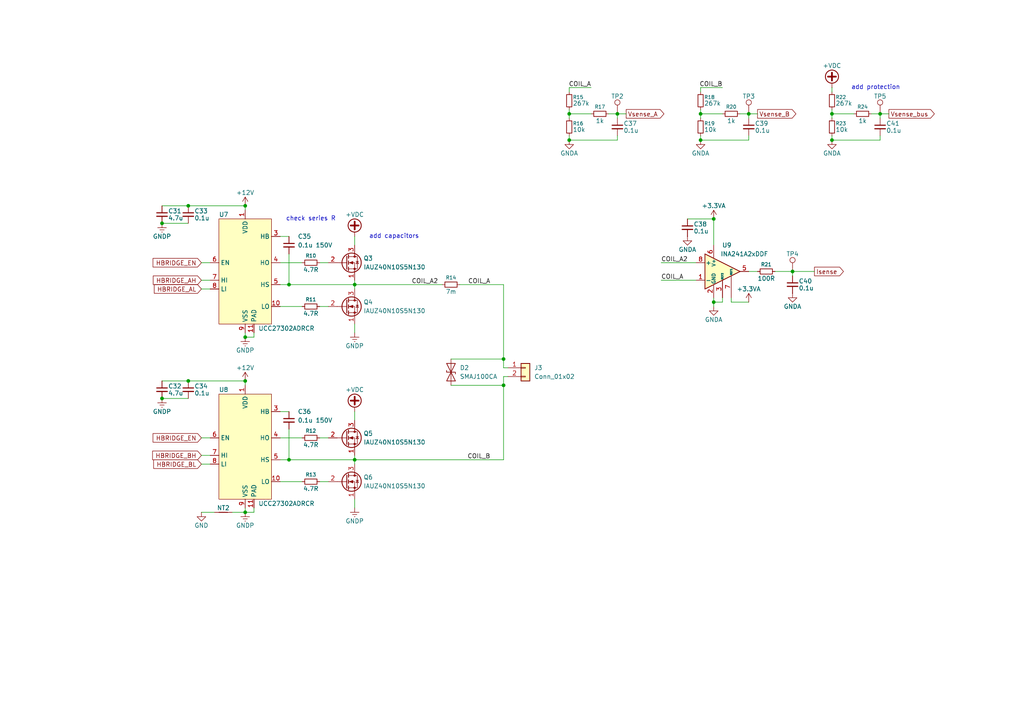
<source format=kicad_sch>
(kicad_sch (version 20250114) (generator "eeschema") (generator_version "9.0")
  (paper "A4")
  (title_block (title "H-Bridge") (date "2026-01-01") (rev "0.1") (company "D. Watman"))
  (lib_symbols
    (symbol "Amplifier_Current:INA241A2xDDF" (pin_names (offset 0.127))
      (property "Reference" "U" (at 3.81 3.81 0))
      (property "Value" "INA241A2xDDF" (at 3.81 -2.54 0))
      (symbol "INA241A2xDDF_0_1"
        (polyline (pts (xy 5.08 0) (xy -5.08 5.08) (xy -5.08 -5.08) (xy 5.08 0)) (stroke (width 0.254)) (fill (type background)))
      )
      (symbol "INA241A2xDDF_1_1"
        (pin input line (at -7.62 2.54 0) (length 2.54) (name "+") (number "8"))
        (pin input line (at -7.62 -2.54 0) (length 2.54) (name "-") (number "1"))
        (pin power_in line (at -2.54 7.62 270) (length 3.81) (name "V+") (number "6"))
        (pin power_in line (at -2.54 -7.62 90) (length 3.81) (name "GND") (number "2"))
        (pin passive line (at -2.54 -7.62 90) (length 3.81) (hide yes) (name "GND") (number "4"))
        (pin passive line (at 0 -7.62 90) (length 5.08) (name "REF2") (number "3"))
        (pin passive line (at 2.54 -7.62 90) (length 6.35) (name "REF1") (number "7"))
        (pin output line (at 7.62 0 180) (length 2.54) (name "~") (number "5"))
      )
    )
    (symbol "Connector:TestPoint" (pin_numbers (hide yes)) (pin_names (offset 0.762) (hide yes))
      (property "Reference" "TP" (at 0 6.858 0))
      (property "Value" "TestPoint" (at 0 5.08 0))
      (symbol "TestPoint_0_1"
        (circle (center 0 3.302) (radius 0.762))
      )
      (symbol "TestPoint_1_1"
        (pin passive line (at 0 0 90) (length 2.54) (name "1") (number "1"))
      )
    )
    (symbol "Connector_Generic:Conn_01x02" (pin_names (offset 1.016) (hide yes))
      (property "Reference" "J" (at 0 2.54 0))
      (property "Value" "Conn_01x02" (at 0 -5.08 0))
      (symbol "Conn_01x02_1_1"
        (rectangle (start -1.27 1.27) (end 1.27 -3.81) (stroke (width 0.254)) (fill (type background)))
        (rectangle (start -1.27 0.127) (end 0 -0.127) (stroke (width 0.1524)))
        (rectangle (start -1.27 -2.413) (end 0 -2.667) (stroke (width 0.1524)))
        (pin passive line (at -5.08 0 0) (length 3.81) (name "Pin_1") (number "1"))
        (pin passive line (at -5.08 -2.54 0) (length 3.81) (name "Pin_2") (number "2"))
      )
    )
    (symbol "DWlib:IAUZ40N10S5N130" (pin_names (offset 0) (hide yes))
      (property "Reference" "Q" (at 5.08 1.905 0))
      (property "Value" "IAUZ40N10S5N130" (at 5.08 0 0))
      (symbol "IAUZ40N10S5N130_0_1"
        (polyline (pts (xy 0.254 1.905) (xy 0.254 -1.905)) (stroke (width 0.254)))
        (polyline (pts (xy 0.254 0) (xy -2.54 0)))
        (polyline (pts (xy 0.762 2.286) (xy 0.762 1.27)) (stroke (width 0.254)))
        (polyline (pts (xy 0.762 0.508) (xy 0.762 -0.508)) (stroke (width 0.254)))
        (polyline (pts (xy 0.762 -1.27) (xy 0.762 -2.286)) (stroke (width 0.254)))
        (polyline (pts (xy 0.762 -1.778) (xy 3.302 -1.778) (xy 3.302 1.778) (xy 0.762 1.778)))
        (polyline (pts (xy 1.016 0) (xy 2.032 0.381) (xy 2.032 -0.381) (xy 1.016 0)) (fill (type outline)))
        (circle (center 1.651 0) (radius 2.794) (stroke (width 0.254)))
        (polyline (pts (xy 2.54 2.54) (xy 2.54 1.778)))
        (circle (center 2.54 1.778) (radius 0.254) (fill (type outline)))
        (circle (center 2.54 -1.778) (radius 0.254) (fill (type outline)))
        (polyline (pts (xy 2.54 -2.54) (xy 2.54 0) (xy 0.762 0)))
        (polyline (pts (xy 2.921 0.381) (xy 3.683 0.381)))
        (polyline (pts (xy 3.302 0.381) (xy 2.921 -0.254) (xy 3.683 -0.254) (xy 3.302 0.381)))
      )
      (symbol "IAUZ40N10S5N130_1_1"
        (pin input line (at -5.08 0 0) (length 2.54) (name "G") (number "2"))
        (pin passive line (at 2.54 5.08 270) (length 2.54) (name "D") (number "3"))
        (pin passive line (at 2.54 -5.08 90) (length 2.54) (name "S") (number "1"))
      )
    )
    (symbol "DWlib:UCC27302ADRCR"
      (property "Reference" "U" (at -6.35 16.51 0))
      (property "Value" "UCC27302ADRCR" (at 11.43 -16.51 0))
      (symbol "UCC27302ADRCR_0_0"
        (pin input line (at -10.16 2.54 0) (length 2.54) (name "EN") (number "6"))
        (pin input line (at -10.16 -2.54 0) (length 2.54) (name "HI") (number "7"))
        (pin input line (at -10.16 -5.08 0) (length 2.54) (name "LI") (number "8"))
        (pin power_in line (at 0 17.78 270) (length 2.54) (name "VDD") (number "1"))
        (pin power_in line (at 0 -17.78 90) (length 2.54) (name "VSS") (number "9"))
        (pin passive line (at 2.54 -17.78 90) (length 2.54) (name "PAD") (number "11"))
        (pin passive line (at 10.16 10.16 180) (length 2.54) (name "HB") (number "3"))
        (pin output line (at 10.16 2.54 180) (length 2.54) (name "HO") (number "4"))
        (pin passive line (at 10.16 -3.81 180) (length 2.54) (name "HS") (number "5"))
        (pin output line (at 10.16 -10.16 180) (length 2.54) (name "LO") (number "10"))
      )
      (symbol "UCC27302ADRCR_1_1"
        (rectangle (start -7.62 15.24) (end 7.62 -15.24) (fill (type background)))
      )
    )
    (symbol "Device:C_Small" (pin_numbers (hide yes)) (pin_names (offset 0.254) (hide yes))
      (property "Reference" "C" (at 0.254 1.778 0))
      (property "Value" "C_Small" (at 0.254 -2.032 0))
      (symbol "C_Small_0_1"
        (polyline (pts (xy -1.524 0.508) (xy 1.524 0.508)) (stroke (width 0.3048)))
        (polyline (pts (xy -1.524 -0.508) (xy 1.524 -0.508)) (stroke (width 0.3302)))
      )
      (symbol "C_Small_1_1"
        (pin passive line (at 0 2.54 270) (length 2.032) (name "~") (number "1"))
        (pin passive line (at 0 -2.54 90) (length 2.032) (name "~") (number "2"))
      )
    )
    (symbol "Device:NetTie_2" (pin_numbers (hide yes)) (pin_names (offset 0) (hide yes)) (in_bom no)
      (property "Reference" "NT" (at 0 1.27 0))
      (property "Value" "NetTie_2" (at 0 -1.27 0))
      (symbol "NetTie_2_0_1"
        (polyline (pts (xy -1.27 0) (xy 1.27 0)) (stroke (width 0.254)))
      )
      (symbol "NetTie_2_1_1"
        (pin passive line (at -2.54 0 0) (length 2.54) (name "1") (number "1"))
        (pin passive line (at 2.54 0 180) (length 2.54) (name "2") (number "2"))
      )
    )
    (symbol "Device:R_Small" (pin_numbers (hide yes)) (pin_names (offset 0.254) (hide yes))
      (property "Reference" "R" (at 0 0 90))
      (property "Value" "R_Small" (at 1.778 0 90))
      (symbol "R_Small_0_1"
        (rectangle (start -0.762 1.778) (end 0.762 -1.778) (stroke (width 0.2032)))
      )
      (symbol "R_Small_1_1"
        (pin passive line (at 0 2.54 270) (length 0.762) (name "~") (number "1"))
        (pin passive line (at 0 -2.54 90) (length 0.762) (name "~") (number "2"))
      )
    )
    (symbol "Diode:SMAJ100CA" (pin_numbers (hide yes)) (pin_names (offset 1.016) (hide yes))
      (property "Reference" "D" (at 0 2.54 0))
      (property "Value" "SMAJ100CA" (at 0 -2.54 0))
      (symbol "SMAJ100CA_0_1"
        (polyline (pts (xy -2.54 -1.27) (xy 0 0) (xy -2.54 1.27) (xy -2.54 -1.27)) (stroke (width 0.2032)))
        (polyline (pts (xy 0.508 1.27) (xy 0 1.27) (xy 0 -1.27) (xy -0.508 -1.27)) (stroke (width 0.2032)))
        (polyline (pts (xy 1.27 0) (xy -1.27 0)))
        (polyline (pts (xy 2.54 1.27) (xy 2.54 -1.27) (xy 0 0) (xy 2.54 1.27)) (stroke (width 0.2032)))
      )
      (symbol "SMAJ100CA_1_1"
        (pin passive line (at -3.81 0 0) (length 2.54) (name "A1") (number "1"))
        (pin passive line (at 3.81 0 180) (length 2.54) (name "A2") (number "2"))
      )
    )
    (symbol "power:+3.3V" (power) (pin_numbers (hide yes)) (pin_names (offset 0) (hide yes))
      (property "Value" "+3.3V" (at 0 3.556 0))
      (symbol "+3.3V_0_1"
        (polyline (pts (xy -0.762 1.27) (xy 0 2.54)))
        (polyline (pts (xy 0 2.54) (xy 0.762 1.27)))
        (polyline (pts (xy 0 0) (xy 0 2.54)))
      )
      (symbol "+3.3V_1_1"
        (pin power_in line (at 0 0 90) (length 0) (name "~") (number "1"))
      )
    )
    (symbol "power:+3.3VA" (power) (pin_numbers (hide yes)) (pin_names (offset 0) (hide yes))
      (property "Value" "+3.3VA" (at 0 3.556 0))
      (symbol "+3.3VA_0_1"
        (polyline (pts (xy -0.762 1.27) (xy 0 2.54)))
        (polyline (pts (xy 0 2.54) (xy 0.762 1.27)))
        (polyline (pts (xy 0 0) (xy 0 2.54)))
      )
      (symbol "+3.3VA_1_1"
        (pin power_in line (at 0 0 90) (length 0) (name "~") (number "1"))
      )
    )
    (symbol "power:+VDC" (power) (pin_numbers (hide yes)) (pin_names (offset 0) (hide yes))
      (property "Value" "+VDC" (at 0 6.35 0))
      (symbol "+VDC_0_1"
        (polyline (pts (xy -1.143 3.175) (xy 1.143 3.175)) (stroke (width 0.508)))
        (circle (center 0 3.175) (radius 1.905) (stroke (width 0.254)))
        (polyline (pts (xy 0 2.032) (xy 0 4.318)) (stroke (width 0.508)))
        (polyline (pts (xy 0 0) (xy 0 1.27)))
      )
      (symbol "+VDC_1_1"
        (pin power_in line (at 0 0 90) (length 0) (name "~") (number "1"))
      )
    )
    (symbol "power:Earth" (power) (pin_numbers (hide yes)) (pin_names (offset 0) (hide yes))
      (property "Value" "Earth" (at 0 -3.81 0))
      (symbol "Earth_0_1"
        (polyline (pts (xy -0.635 -1.905) (xy 0.635 -1.905)))
        (polyline (pts (xy -0.127 -2.54) (xy 0.127 -2.54)))
        (polyline (pts (xy 0 -1.27) (xy 0 0)))
        (polyline (pts (xy 1.27 -1.27) (xy -1.27 -1.27)))
      )
      (symbol "Earth_1_1"
        (pin power_in line (at 0 0 270) (length 0) (name "~") (number "1"))
      )
    )
    (symbol "power:GND" (power) (pin_numbers (hide yes)) (pin_names (offset 0) (hide yes))
      (property "Value" "GND" (at 0 -3.81 0))
      (symbol "GND_0_1"
        (polyline (pts (xy 0 0) (xy 0 -1.27) (xy 1.27 -1.27) (xy 0 -2.54) (xy -1.27 -1.27) (xy 0 -1.27)))
      )
      (symbol "GND_1_1"
        (pin power_in line (at 0 0 270) (length 0) (name "~") (number "1"))
      )
    )
    (symbol "power:GNDA" (power) (pin_numbers (hide yes)) (pin_names (offset 0) (hide yes))
      (property "Value" "GNDA" (at 0 -3.81 0))
      (symbol "GNDA_0_1"
        (polyline (pts (xy 0 0) (xy 0 -1.27) (xy 1.27 -1.27) (xy 0 -2.54) (xy -1.27 -1.27) (xy 0 -1.27)))
      )
      (symbol "GNDA_1_1"
        (pin power_in line (at 0 0 270) (length 0) (name "~") (number "1"))
      )
    )
  )
  (text "add capacitors" (at 114.3 68.58 0) (effects (font (size 1.27 1.27))))
  (text "add protection" (at 254 25.4 0) (effects (font (size 1.27 1.27))))
  (text "check series R" (at 90.17 63.5 0) (effects (font (size 1.27 1.27))))
  (junction (at 83.82 133.35))
  (junction (at 54.61 110.49))
  (junction (at 83.82 82.55))
  (junction (at 203.2 33.02))
  (junction (at 179.07 33.02))
  (junction (at 165.1 33.02))
  (junction (at 46.99 64.77))
  (junction (at 241.3 40.64))
  (junction (at 54.61 59.69))
  (junction (at 71.12 59.69))
  (junction (at 71.12 97.79))
  (junction (at 255.27 33.02))
  (junction (at 71.12 148.59))
  (junction (at 217.17 33.02))
  (junction (at 203.2 40.64))
  (junction (at 241.3 33.02))
  (junction (at 146.05 104.14))
  (junction (at 71.12 110.49))
  (junction (at 207.01 87.63))
  (junction (at 229.87 78.74))
  (junction (at 102.87 133.35))
  (junction (at 46.99 115.57))
  (junction (at 146.05 111.76))
  (junction (at 102.87 82.55))
  (junction (at 207.01 63.5))
  (junction (at 165.1 40.64))
  (wire (pts (xy 241.3 40.64) (xy 241.3 39.37)))
  (wire (pts (xy 102.87 133.35) (xy 102.87 134.62)))
  (wire (pts (xy 179.07 33.02) (xy 179.07 34.29)))
  (wire (pts (xy 81.28 133.35) (xy 83.82 133.35)))
  (wire (pts (xy 58.42 83.82) (xy 60.96 83.82)))
  (wire (pts (xy 81.28 82.55) (xy 83.82 82.55)))
  (wire (pts (xy 73.66 96.52) (xy 73.66 97.79)))
  (wire (pts (xy 102.87 132.08) (xy 102.87 133.35)))
  (wire (pts (xy 54.61 59.69) (xy 71.12 59.69)))
  (wire (pts (xy 54.61 110.49) (xy 71.12 110.49)))
  (wire (pts (xy 199.39 63.5) (xy 207.01 63.5)))
  (wire (pts (xy 102.87 119.38) (xy 102.87 121.92)))
  (wire (pts (xy 102.87 82.55) (xy 102.87 83.82)))
  (wire (pts (xy 255.27 33.02) (xy 257.81 33.02)))
  (wire (pts (xy 92.71 76.2) (xy 95.25 76.2)))
  (wire (pts (xy 83.82 133.35) (xy 102.87 133.35)))
  (wire (pts (xy 58.42 127) (xy 60.96 127)))
  (wire (pts (xy 241.3 40.64) (xy 255.27 40.64)))
  (wire (pts (xy 133.35 82.55) (xy 146.05 82.55)))
  (wire (pts (xy 229.87 78.74) (xy 229.87 80.01)))
  (wire (pts (xy 71.12 59.69) (xy 71.12 60.96)))
  (wire (pts (xy 217.17 33.02) (xy 217.17 34.29)))
  (wire (pts (xy 147.32 109.22) (xy 146.05 109.22)))
  (wire (pts (xy 203.2 40.64) (xy 203.2 39.37)))
  (wire (pts (xy 224.79 78.74) (xy 229.87 78.74)))
  (wire (pts (xy 212.09 87.63) (xy 212.09 86.36)))
  (wire (pts (xy 241.3 33.02) (xy 241.3 34.29)))
  (wire (pts (xy 255.27 33.02) (xy 255.27 34.29)))
  (wire (pts (xy 130.81 104.14) (xy 146.05 104.14)))
  (wire (pts (xy 217.17 39.37) (xy 217.17 40.64)))
  (wire (pts (xy 83.82 82.55) (xy 102.87 82.55)))
  (wire (pts (xy 165.1 31.75) (xy 165.1 33.02)))
  (wire (pts (xy 217.17 33.02) (xy 219.71 33.02)))
  (wire (pts (xy 81.28 139.7) (xy 87.63 139.7)))
  (wire (pts (xy 58.42 132.08) (xy 60.96 132.08)))
  (wire (pts (xy 102.87 133.35) (xy 146.05 133.35)))
  (wire (pts (xy 58.42 76.2) (xy 60.96 76.2)))
  (wire (pts (xy 217.17 87.63) (xy 212.09 87.63)))
  (wire (pts (xy 73.66 147.32) (xy 73.66 148.59)))
  (wire (pts (xy 209.55 87.63) (xy 207.01 87.63)))
  (wire (pts (xy 191.77 76.2) (xy 201.93 76.2)))
  (wire (pts (xy 81.28 119.38) (xy 83.82 119.38)))
  (wire (pts (xy 203.2 40.64) (xy 217.17 40.64)))
  (wire (pts (xy 81.28 88.9) (xy 87.63 88.9)))
  (wire (pts (xy 147.32 106.68) (xy 146.05 106.68)))
  (wire (pts (xy 83.82 73.66) (xy 83.82 82.55)))
  (wire (pts (xy 241.3 33.02) (xy 247.65 33.02)))
  (wire (pts (xy 83.82 124.46) (xy 83.82 133.35)))
  (wire (pts (xy 102.87 68.58) (xy 102.87 71.12)))
  (wire (pts (xy 146.05 111.76) (xy 146.05 133.35)))
  (wire (pts (xy 102.87 93.98) (xy 102.87 96.52)))
  (wire (pts (xy 81.28 68.58) (xy 83.82 68.58)))
  (wire (pts (xy 171.45 25.4) (xy 165.1 25.4)))
  (wire (pts (xy 207.01 63.5) (xy 207.01 71.12)))
  (wire (pts (xy 209.55 86.36) (xy 209.55 87.63)))
  (wire (pts (xy 165.1 33.02) (xy 165.1 34.29)))
  (wire (pts (xy 92.71 127) (xy 95.25 127)))
  (wire (pts (xy 46.99 115.57) (xy 54.61 115.57)))
  (wire (pts (xy 102.87 82.55) (xy 128.27 82.55)))
  (wire (pts (xy 73.66 97.79) (xy 71.12 97.79)))
  (wire (pts (xy 46.99 110.49) (xy 54.61 110.49)))
  (wire (pts (xy 165.1 33.02) (xy 171.45 33.02)))
  (wire (pts (xy 165.1 40.64) (xy 179.07 40.64)))
  (wire (pts (xy 58.42 134.62) (xy 60.96 134.62)))
  (wire (pts (xy 255.27 39.37) (xy 255.27 40.64)))
  (wire (pts (xy 58.42 148.59) (xy 62.23 148.59)))
  (wire (pts (xy 241.3 31.75) (xy 241.3 33.02)))
  (wire (pts (xy 203.2 31.75) (xy 203.2 33.02)))
  (wire (pts (xy 46.99 64.77) (xy 54.61 64.77)))
  (wire (pts (xy 179.07 39.37) (xy 179.07 40.64)))
  (wire (pts (xy 146.05 104.14) (xy 146.05 82.55)))
  (wire (pts (xy 165.1 40.64) (xy 165.1 39.37)))
  (wire (pts (xy 176.53 33.02) (xy 179.07 33.02)))
  (wire (pts (xy 71.12 147.32) (xy 71.12 148.59)))
  (wire (pts (xy 67.31 148.59) (xy 71.12 148.59)))
  (wire (pts (xy 217.17 78.74) (xy 219.71 78.74)))
  (wire (pts (xy 81.28 127) (xy 87.63 127)))
  (wire (pts (xy 46.99 59.69) (xy 54.61 59.69)))
  (wire (pts (xy 209.55 25.4) (xy 203.2 25.4)))
  (wire (pts (xy 71.12 96.52) (xy 71.12 97.79)))
  (wire (pts (xy 146.05 106.68) (xy 146.05 104.14)))
  (wire (pts (xy 71.12 110.49) (xy 71.12 111.76)))
  (wire (pts (xy 207.01 87.63) (xy 207.01 88.9)))
  (wire (pts (xy 252.73 33.02) (xy 255.27 33.02)))
  (wire (pts (xy 73.66 148.59) (xy 71.12 148.59)))
  (wire (pts (xy 130.81 111.76) (xy 146.05 111.76)))
  (wire (pts (xy 203.2 33.02) (xy 203.2 34.29)))
  (wire (pts (xy 92.71 88.9) (xy 95.25 88.9)))
  (wire (pts (xy 229.87 78.74) (xy 236.22 78.74)))
  (wire (pts (xy 179.07 33.02) (xy 181.61 33.02)))
  (wire (pts (xy 102.87 144.78) (xy 102.87 147.32)))
  (wire (pts (xy 92.71 139.7) (xy 95.25 139.7)))
  (wire (pts (xy 241.3 25.4) (xy 241.3 26.67)))
  (wire (pts (xy 214.63 33.02) (xy 217.17 33.02)))
  (wire (pts (xy 191.77 81.28) (xy 201.93 81.28)))
  (wire (pts (xy 165.1 25.4) (xy 165.1 26.67)))
  (wire (pts (xy 81.28 76.2) (xy 87.63 76.2)))
  (wire (pts (xy 203.2 25.4) (xy 203.2 26.67)))
  (wire (pts (xy 207.01 86.36) (xy 207.01 87.63)))
  (wire (pts (xy 146.05 109.22) (xy 146.05 111.76)))
  (wire (pts (xy 102.87 81.28) (xy 102.87 82.55)))
  (wire (pts (xy 203.2 33.02) (xy 209.55 33.02)))
  (wire (pts (xy 58.42 81.28) (xy 60.96 81.28)))
  (label "COIL_B" (at 142.24 133.35 180))
  (label "COIL_A" (at 171.45 25.4 180))
  (label "COIL_A" (at 191.77 81.28 0))
  (label "COIL_A2" (at 191.77 76.2 0))
  (label "COIL_A2" (at 119.38 82.55 0))
  (label "COIL_B" (at 209.55 25.4 180))
  (label "COIL_A" (at 142.24 82.55 180))
  (global_label "Vsense_A" (shape output) (at 181.61 33.02 0) (property "Intersheetrefs" "${INTERSHEET_REFS}" (at 193.1224 33.02 0) (effects (justify left))))
  (global_label "Vsense_B" (shape output) (at 219.71 33.02 0) (property "Intersheetrefs" "${INTERSHEET_REFS}" (at 231.4038 33.02 0) (effects (justify left))))
  (global_label "HBRIDGE_BH" (shape input) (at 58.42 132.08 180) (property "Intersheetrefs" "${INTERSHEET_REFS}" (at 43.7024 132.08 0) (effects (justify right))))
  (global_label "HBRIDGE_EN" (shape input) (at 58.42 76.2 180) (property "Intersheetrefs" "${INTERSHEET_REFS}" (at 43.8234 76.2 0) (effects (justify right))))
  (global_label "HBRIDGE_AL" (shape input) (at 58.42 83.82 180) (property "Intersheetrefs" "${INTERSHEET_REFS}" (at 44.1862 83.82 0) (effects (justify right))))
  (global_label "HBRIDGE_BL" (shape input) (at 58.42 134.62 180) (property "Intersheetrefs" "${INTERSHEET_REFS}" (at 44.0048 134.62 0) (effects (justify right))))
  (global_label "Vsense_bus" (shape output) (at 257.81 33.02 0) (property "Intersheetrefs" "${INTERSHEET_REFS}" (at 271.5599 33.02 0) (effects (justify left))))
  (global_label "HBRIDGE_EN" (shape input) (at 58.42 127 180) (property "Intersheetrefs" "${INTERSHEET_REFS}" (at 43.8234 127 0) (effects (justify right))))
  (global_label "Isense" (shape output) (at 236.22 78.74 0) (property "Intersheetrefs" "${INTERSHEET_REFS}" (at 245.1924 78.74 0) (effects (justify left))))
  (global_label "HBRIDGE_AH" (shape input) (at 58.42 81.28 180) (property "Intersheetrefs" "${INTERSHEET_REFS}" (at 43.8838 81.28 0) (effects (justify right))))
  (symbol (lib_id "Device:C_Small") (at 46.99 113.03 0) (unit 1)
    (property "Reference" "C32" (at 48.768 112.014 0) (effects (justify left)))
    (property "Value" "4.7u" (at 48.768 114.046 0) (effects (justify left)))
    (property "Footprint" "Capacitor_SMD:C_0603_1608Metric" (effects (hide yes)))
    (property "Description" "Unpolarized capacitor, small symbol" (effects (hide yes)))
  )
  (symbol (lib_id "power:+3.3VA") (at 217.17 87.63 0) (unit 1)
    (property "Reference" "#PWR063" (effects (hide yes)))
    (property "Value" "+3.3VA" (at 217.17 83.82 0))
    (property "Description" "Power symbol creates a global label with name \"+3.3VA\"" (effects (hide yes)))
  )
  (symbol (lib_id "Device:C_Small") (at 83.82 71.12 0) (unit 1)
    (property "Reference" "C35" (at 86.36 68.58 0) (effects (justify left)))
    (property "Value" "0.1u 150V" (at 86.36 71.12 0) (effects (justify left)))
    (property "Footprint" "Capacitor_SMD:C_0805_2012Metric" (effects (hide yes)))
    (property "Description" "Unpolarized capacitor, small symbol" (effects (hide yes)))
    (property "MPN" "CC0805KKX7RYBB104" (effects (hide yes)))
  )
  (symbol (lib_id "Device:C_Small") (at 46.99 62.23 0) (unit 1)
    (property "Reference" "C31" (at 48.768 61.214 0) (effects (justify left)))
    (property "Value" "4.7u" (at 48.768 63.246 0) (effects (justify left)))
    (property "Footprint" "Capacitor_SMD:C_0603_1608Metric" (effects (hide yes)))
    (property "Description" "Unpolarized capacitor, small symbol" (effects (hide yes)))
  )
  (symbol (lib_id "power:GND") (at 58.42 148.59 0) (unit 1)
    (property "Reference" "#PWR049" (effects (hide yes)))
    (property "Value" "GND" (at 58.42 152.4 0))
    (property "Description" "Power symbol creates a global label with name \"GND\" , ground" (effects (hide yes)))
  )
  (symbol (lib_id "Device:R_Small") (at 250.19 33.02 90) (unit 1)
    (property "Reference" "R24" (at 250.19 30.988 90) (effects (font (size 1.016 1.016))))
    (property "Value" "1k" (at 250.19 35.052 90))
    (property "Footprint" "Resistor_SMD:R_0603_1608Metric" (effects (hide yes)))
    (property "Description" "Resistor, small symbol" (effects (hide yes)))
  )
  (symbol (lib_id "power:Earth") (at 46.99 64.77 0) (unit 1)
    (property "Reference" "#PWR047" (effects (hide yes)))
    (property "Value" "GNDP" (at 46.99 68.58 0))
    (property "Description" "Power symbol creates a global label with name \"Earth\"" (effects (hide yes)))
  )
  (symbol (lib_id "DWlib:IAUZ40N10S5N130") (at 100.33 139.7 0) (unit 1)
    (property "Reference" "Q6" (at 105.41 138.43 0) (effects (justify left)))
    (property "Value" "IAUZ40N10S5N130" (at 105.41 140.97 0) (effects (justify left)))
    (property "Footprint" "DWlib:Infineon_PG-TSDSON-8-33" (effects (hide yes)))
    (property "Datasheet" "https://www.infineon.com/assets/row/public/documents/10/49/infineon-iauz40n10s5n130-datasheet-en.pdf" (effects (hide yes)))
    (property "Description" "MOSFET N-CH 100V 40A 8TSDSON-33" (effects (hide yes)))
    (property "MPN" "IAUZ40N10S5N130" (effects (hide yes)))
  )
  (symbol (lib_id "Diode:SMAJ100CA") (at 130.81 107.95 90) (unit 1)
    (property "Reference" "D2" (at 133.35 106.6799 90) (effects (justify right)))
    (property "Value" "SMAJ100CA" (at 133.35 109.2199 90) (effects (justify right)))
    (property "Footprint" "Diode_SMD:D_SMA" (effects (hide yes)))
    (property "Datasheet" "https://www.littelfuse.com/media?resourcetype=datasheets&itemid=75e32973-b177-4ee3-a0ff-cedaf1abdb93&filename=smaj-datasheet" (effects (hide yes)))
    (property "Description" "400W bidirectional Transient Voltage Suppressor, 100.0Vr, SMA(DO-214AC)" (effects (hide yes)))
  )
  (symbol (lib_id "Device:C_Small") (at 54.61 62.23 0) (unit 1)
    (property "Reference" "C33" (at 56.388 61.214 0) (effects (justify left)))
    (property "Value" "0.1u" (at 56.388 63.246 0) (effects (justify left)))
    (property "Footprint" "Capacitor_SMD:C_0402_1005Metric" (effects (hide yes)))
    (property "Description" "Unpolarized capacitor, small symbol" (effects (hide yes)))
  )
  (symbol (lib_id "Device:C_Small") (at 199.39 66.04 0) (unit 1)
    (property "Reference" "C38" (at 201.168 65.024 0) (effects (justify left)))
    (property "Value" "0.1u" (at 201.168 67.056 0) (effects (justify left)))
    (property "Footprint" "Capacitor_SMD:C_0402_1005Metric" (effects (hide yes)))
    (property "Description" "Unpolarized capacitor, small symbol" (effects (hide yes)))
  )
  (symbol (lib_id "power:+VDC") (at 241.3 25.4 0) (unit 1)
    (property "Reference" "#PWR065" (effects (hide yes)))
    (property "Value" "+VDC" (at 241.3 19.05 0))
    (property "Description" "Power symbol creates a global label with name \"+VDC\"" (effects (hide yes)))
  )
  (symbol (lib_id "power:GNDA") (at 207.01 88.9 0) (unit 1)
    (property "Reference" "#PWR062" (effects (hide yes)))
    (property "Value" "GNDA" (at 207.01 92.71 0))
    (property "Description" "Power symbol creates a global label with name \"GNDA\" , analog ground" (effects (hide yes)))
  )
  (symbol (lib_id "Connector:TestPoint") (at 179.07 33.02 0) (unit 1)
    (property "Reference" "TP2" (at 179.07 27.94 0))
    (property "Value" "TestPoint" (effects (hide yes)))
    (property "Footprint" "Connector_PinHeader_1.00mm:PinHeader_1x01_P1.00mm_Vertical" (effects (hide yes)))
    (property "Description" "test point" (effects (hide yes)))
  )
  (symbol (lib_id "Device:R_Small") (at 203.2 29.21 0) (unit 1)
    (property "Reference" "R18" (at 204.216 28.194 0) (effects (font (size 1.016 1.016)) (justify left)))
    (property "Value" "267k" (at 204.216 29.972 0) (effects (justify left)))
    (property "Footprint" "Resistor_SMD:R_0603_1608Metric" (effects (hide yes)))
    (property "Description" "Resistor, small symbol" (effects (hide yes)))
  )
  (symbol (lib_id "DWlib:IAUZ40N10S5N130") (at 100.33 88.9 0) (unit 1)
    (property "Reference" "Q4" (at 105.41 87.63 0) (effects (justify left)))
    (property "Value" "IAUZ40N10S5N130" (at 105.41 90.17 0) (effects (justify left)))
    (property "Footprint" "DWlib:Infineon_PG-TSDSON-8-33" (effects (hide yes)))
    (property "Datasheet" "https://www.infineon.com/assets/row/public/documents/10/49/infineon-iauz40n10s5n130-datasheet-en.pdf" (effects (hide yes)))
    (property "Description" "MOSFET N-CH 100V 40A 8TSDSON-33" (effects (hide yes)))
    (property "MPN" "IAUZ40N10S5N130" (effects (hide yes)))
  )
  (symbol (lib_id "Device:R_Small") (at 90.17 127 90) (unit 1)
    (property "Reference" "R12" (at 90.17 124.968 90) (effects (font (size 1.016 1.016))))
    (property "Value" "4.7R" (at 90.17 129.032 90))
    (property "Footprint" "Resistor_SMD:R_0805_2012Metric" (effects (hide yes)))
    (property "Description" "Resistor, small symbol" (effects (hide yes)))
  )
  (symbol (lib_id "Device:R_Small") (at 165.1 36.83 0) (unit 1)
    (property "Reference" "R16" (at 166.116 35.814 0) (effects (font (size 1.016 1.016)) (justify left)))
    (property "Value" "10k" (at 166.116 37.592 0) (effects (justify left)))
    (property "Footprint" "Resistor_SMD:R_0603_1608Metric" (effects (hide yes)))
    (property "Description" "Resistor, small symbol" (effects (hide yes)))
  )
  (symbol (lib_id "DWlib:UCC27302ADRCR") (at 71.12 78.74 0) (unit 1)
    (property "Reference" "U7" (at 63.5 62.23 0) (effects (justify left)))
    (property "Value" "UCC27302ADRCR" (at 74.93 95.25 0) (effects (justify left)))
    (property "Footprint" "DWlib:TI_VSON-10-1EP_3x3mm_P0.5mm_EP1.65x2.4mm" (effects (hide yes)))
    (property "Datasheet" "https://www.ti.com/lit/ds/symlink/ucc27302a.pdf" (effects (hide yes)))
    (property "Description" "120V, 3.7A/4.5A Half-Bridge Driver with 5V UVLO, Interlock and Enable" (effects (hide yes)))
    (property "MPN" "UCC27302ADRCR" (effects (hide yes)))
  )
  (symbol (lib_id "Device:R_Small") (at 241.3 36.83 0) (unit 1)
    (property "Reference" "R23" (at 242.316 35.814 0) (effects (font (size 1.016 1.016)) (justify left)))
    (property "Value" "10k" (at 242.316 37.592 0) (effects (justify left)))
    (property "Footprint" "Resistor_SMD:R_0603_1608Metric" (effects (hide yes)))
    (property "Description" "Resistor, small symbol" (effects (hide yes)))
  )
  (symbol (lib_id "power:GNDA") (at 199.39 68.58 0) (unit 1)
    (property "Reference" "#PWR059" (effects (hide yes)))
    (property "Value" "GNDA" (at 199.39 72.39 0))
    (property "Description" "Power symbol creates a global label with name \"GNDA\" , analog ground" (effects (hide yes)))
  )
  (symbol (lib_id "power:+3.3VA") (at 207.01 63.5 0) (unit 1)
    (property "Reference" "#PWR061" (effects (hide yes)))
    (property "Value" "+3.3VA" (at 207.01 59.69 0))
    (property "Description" "Power symbol creates a global label with name \"+3.3VA\"" (effects (hide yes)))
  )
  (symbol (lib_id "Device:NetTie_2") (at 64.77 148.59 0) (unit 1) (in_bom no)
    (property "Reference" "NT2" (at 64.77 147.32 0))
    (property "Value" "NetTie_2" (effects (hide yes)))
    (property "Footprint" "NetTie:NetTie-2_SMD_Pad0.5mm" (effects (hide yes)))
    (property "Description" "Net tie, 2 pins" (effects (hide yes)))
  )
  (symbol (lib_id "Device:C_Small") (at 83.82 121.92 0) (unit 1)
    (property "Reference" "C36" (at 86.36 119.38 0) (effects (justify left)))
    (property "Value" "0.1u 150V" (at 86.36 121.92 0) (effects (justify left)))
    (property "Footprint" "Capacitor_SMD:C_0805_2012Metric" (effects (hide yes)))
    (property "Description" "Unpolarized capacitor, small symbol" (effects (hide yes)))
    (property "MPN" "CC0805KKX7RYBB104" (effects (hide yes)))
  )
  (symbol (lib_id "Device:R_Small") (at 212.09 33.02 90) (unit 1)
    (property "Reference" "R20" (at 212.09 30.988 90) (effects (font (size 1.016 1.016))))
    (property "Value" "1k" (at 212.09 35.052 90))
    (property "Footprint" "Resistor_SMD:R_0603_1608Metric" (effects (hide yes)))
    (property "Description" "Resistor, small symbol" (effects (hide yes)))
  )
  (symbol (lib_id "power:Earth") (at 71.12 148.59 0) (unit 1)
    (property "Reference" "#PWR053" (effects (hide yes)))
    (property "Value" "GNDP" (at 71.12 152.4 0))
    (property "Description" "Power symbol creates a global label with name \"Earth\"" (effects (hide yes)))
  )
  (symbol (lib_id "Device:C_Small") (at 217.17 36.83 0) (unit 1)
    (property "Reference" "C39" (at 218.948 35.814 0) (effects (justify left)))
    (property "Value" "0.1u" (at 218.948 37.846 0) (effects (justify left)))
    (property "Footprint" "Capacitor_SMD:C_0402_1005Metric" (effects (hide yes)))
    (property "Description" "Unpolarized capacitor, small symbol" (effects (hide yes)))
  )
  (symbol (lib_id "Connector:TestPoint") (at 229.87 78.74 0) (unit 1)
    (property "Reference" "TP4" (at 229.87 73.66 0))
    (property "Value" "TestPoint" (effects (hide yes)))
    (property "Footprint" "Connector_PinHeader_1.00mm:PinHeader_1x01_P1.00mm_Vertical" (effects (hide yes)))
    (property "Description" "test point" (effects (hide yes)))
  )
  (symbol (lib_id "Device:R_Small") (at 90.17 88.9 90) (unit 1)
    (property "Reference" "R11" (at 90.17 86.868 90) (effects (font (size 1.016 1.016))))
    (property "Value" "4.7R" (at 90.17 90.932 90))
    (property "Footprint" "Resistor_SMD:R_0805_2012Metric" (effects (hide yes)))
    (property "Description" "Resistor, small symbol" (effects (hide yes)))
  )
  (symbol (lib_id "power:GNDA") (at 165.1 40.64 0) (unit 1)
    (property "Reference" "#PWR058" (effects (hide yes)))
    (property "Value" "GNDA" (at 165.1 44.45 0))
    (property "Description" "Power symbol creates a global label with name \"GNDA\" , analog ground" (effects (hide yes)))
  )
  (symbol (lib_id "power:Earth") (at 71.12 97.79 0) (unit 1)
    (property "Reference" "#PWR051" (effects (hide yes)))
    (property "Value" "GNDP" (at 71.12 101.6 0))
    (property "Description" "Power symbol creates a global label with name \"Earth\"" (effects (hide yes)))
  )
  (symbol (lib_id "power:GNDA") (at 229.87 85.09 0) (unit 1)
    (property "Reference" "#PWR064" (effects (hide yes)))
    (property "Value" "GNDA" (at 229.87 88.9 0))
    (property "Description" "Power symbol creates a global label with name \"GNDA\" , analog ground" (effects (hide yes)))
  )
  (symbol (lib_id "Device:R_Small") (at 130.81 82.55 90) (unit 1)
    (property "Reference" "R14" (at 130.81 80.518 90) (effects (font (size 1.016 1.016))))
    (property "Value" "7m" (at 130.81 84.582 90))
    (property "Footprint" "Resistor_SMD:R_2512_6332Metric" (effects (hide yes)))
    (property "Description" "Resistor, small symbol" (effects (hide yes)))
    (property "MPN" "TLRP3A30CR007FTE" (effects (hide yes)))
  )
  (symbol (lib_id "Connector:TestPoint") (at 217.17 33.02 0) (unit 1)
    (property "Reference" "TP3" (at 217.17 27.94 0))
    (property "Value" "TestPoint" (effects (hide yes)))
    (property "Footprint" "Connector_PinHeader_1.00mm:PinHeader_1x01_P1.00mm_Vertical" (effects (hide yes)))
    (property "Description" "test point" (effects (hide yes)))
  )
  (symbol (lib_id "Connector_Generic:Conn_01x02") (at 152.4 106.68 0) (unit 1)
    (property "Reference" "J3" (at 154.94 106.6799 0) (effects (justify left)))
    (property "Value" "Conn_01x02" (at 154.94 109.2199 0) (effects (justify left)))
    (property "Description" "Generic connector, single row, 01x02, script generated (kicad-library-utils/schlib/autogen/connector/)" (effects (hide yes)))
  )
  (symbol (lib_id "Device:C_Small") (at 54.61 113.03 0) (unit 1)
    (property "Reference" "C34" (at 56.388 112.014 0) (effects (justify left)))
    (property "Value" "0.1u" (at 56.388 114.046 0) (effects (justify left)))
    (property "Footprint" "Capacitor_SMD:C_0402_1005Metric" (effects (hide yes)))
    (property "Description" "Unpolarized capacitor, small symbol" (effects (hide yes)))
  )
  (symbol (lib_id "Device:R_Small") (at 165.1 29.21 0) (unit 1)
    (property "Reference" "R15" (at 166.116 28.194 0) (effects (font (size 1.016 1.016)) (justify left)))
    (property "Value" "267k" (at 166.116 29.972 0) (effects (justify left)))
    (property "Footprint" "Resistor_SMD:R_0603_1608Metric" (effects (hide yes)))
    (property "Description" "Resistor, small symbol" (effects (hide yes)))
  )
  (symbol (lib_id "Device:R_Small") (at 203.2 36.83 0) (unit 1)
    (property "Reference" "R19" (at 204.216 35.814 0) (effects (font (size 1.016 1.016)) (justify left)))
    (property "Value" "10k" (at 204.216 37.592 0) (effects (justify left)))
    (property "Footprint" "Resistor_SMD:R_0603_1608Metric" (effects (hide yes)))
    (property "Description" "Resistor, small symbol" (effects (hide yes)))
  )
  (symbol (lib_id "Device:C_Small") (at 255.27 36.83 0) (unit 1)
    (property "Reference" "C41" (at 257.048 35.814 0) (effects (justify left)))
    (property "Value" "0.1u" (at 257.048 37.846 0) (effects (justify left)))
    (property "Footprint" "Capacitor_SMD:C_0402_1005Metric" (effects (hide yes)))
    (property "Description" "Unpolarized capacitor, small symbol" (effects (hide yes)))
  )
  (symbol (lib_id "Device:C_Small") (at 179.07 36.83 0) (unit 1)
    (property "Reference" "C37" (at 180.848 35.814 0) (effects (justify left)))
    (property "Value" "0.1u" (at 180.848 37.846 0) (effects (justify left)))
    (property "Footprint" "Capacitor_SMD:C_0402_1005Metric" (effects (hide yes)))
    (property "Description" "Unpolarized capacitor, small symbol" (effects (hide yes)))
  )
  (symbol (lib_id "power:+VDC") (at 102.87 119.38 0) (unit 1)
    (property "Reference" "#PWR056" (effects (hide yes)))
    (property "Value" "+VDC" (at 102.87 113.03 0))
    (property "Description" "Power symbol creates a global label with name \"+VDC\"" (effects (hide yes)))
  )
  (symbol (lib_id "power:Earth") (at 102.87 96.52 0) (unit 1)
    (property "Reference" "#PWR055" (effects (hide yes)))
    (property "Value" "GNDP" (at 102.87 100.33 0))
    (property "Description" "Power symbol creates a global label with name \"Earth\"" (effects (hide yes)))
  )
  (symbol (lib_id "Device:C_Small") (at 229.87 82.55 0) (unit 1)
    (property "Reference" "C40" (at 231.648 81.534 0) (effects (justify left)))
    (property "Value" "0.1u" (at 231.648 83.566 0) (effects (justify left)))
    (property "Footprint" "Capacitor_SMD:C_0402_1005Metric" (effects (hide yes)))
    (property "Description" "Unpolarized capacitor, small symbol" (effects (hide yes)))
  )
  (symbol (lib_id "Amplifier_Current:INA241A2xDDF") (at 209.55 78.74 0) (unit 1)
    (property "Reference" "U9" (at 210.82 71.12 0))
    (property "Value" "INA241A2xDDF" (at 215.9 73.66 0))
    (property "Footprint" "Package_TO_SOT_SMD:SOT-23-8" (effects (hide yes)))
    (property "Datasheet" "https://www.ti.com/lit/ds/symlink/ina241b.pdf" (effects (hide yes)))
    (property "Description" "High- and Low-Side, Bidirectional, Zero-Drift, Current-Sense Amplifier With Enhanced PWM Rejection, 20V/V, ±0.01% Gain Accuracy, ±10 μV Offset Voltage, SOT-23-8" (effects (hide yes)))
    (property "MPN" "INA241A2IDDFR" (effects (hide yes)))
  )
  (symbol (lib_id "power:+3.3V") (at 71.12 59.69 0) (unit 1)
    (property "Reference" "#PWR050" (effects (hide yes)))
    (property "Value" "+12V" (at 71.12 55.88 0))
    (property "Description" "Power symbol creates a global label with name \"+3.3V\"" (effects (hide yes)))
  )
  (symbol (lib_id "Device:R_Small") (at 173.99 33.02 90) (unit 1)
    (property "Reference" "R17" (at 173.99 30.988 90) (effects (font (size 1.016 1.016))))
    (property "Value" "1k" (at 173.99 35.052 90))
    (property "Footprint" "Resistor_SMD:R_0603_1608Metric" (effects (hide yes)))
    (property "Description" "Resistor, small symbol" (effects (hide yes)))
  )
  (symbol (lib_id "Device:R_Small") (at 90.17 76.2 90) (unit 1)
    (property "Reference" "R10" (at 90.17 74.168 90) (effects (font (size 1.016 1.016))))
    (property "Value" "4.7R" (at 90.17 78.232 90))
    (property "Footprint" "Resistor_SMD:R_0805_2012Metric" (effects (hide yes)))
    (property "Description" "Resistor, small symbol" (effects (hide yes)))
  )
  (symbol (lib_id "Connector:TestPoint") (at 255.27 33.02 0) (unit 1)
    (property "Reference" "TP5" (at 255.27 27.94 0))
    (property "Value" "TestPoint" (effects (hide yes)))
    (property "Footprint" "Connector_PinHeader_1.00mm:PinHeader_1x01_P1.00mm_Vertical" (effects (hide yes)))
    (property "Description" "test point" (effects (hide yes)))
  )
  (symbol (lib_id "DWlib:IAUZ40N10S5N130") (at 100.33 76.2 0) (unit 1)
    (property "Reference" "Q3" (at 105.41 74.93 0) (effects (justify left)))
    (property "Value" "IAUZ40N10S5N130" (at 105.41 77.47 0) (effects (justify left)))
    (property "Footprint" "DWlib:Infineon_PG-TSDSON-8-33" (effects (hide yes)))
    (property "Datasheet" "https://www.infineon.com/assets/row/public/documents/10/49/infineon-iauz40n10s5n130-datasheet-en.pdf" (effects (hide yes)))
    (property "Description" "MOSFET N-CH 100V 40A 8TSDSON-33" (effects (hide yes)))
    (property "MPN" "IAUZ40N10S5N130" (effects (hide yes)))
  )
  (symbol (lib_id "Device:R_Small") (at 241.3 29.21 0) (unit 1)
    (property "Reference" "R22" (at 242.316 28.194 0) (effects (font (size 1.016 1.016)) (justify left)))
    (property "Value" "267k" (at 242.316 29.972 0) (effects (justify left)))
    (property "Footprint" "Resistor_SMD:R_0603_1608Metric" (effects (hide yes)))
    (property "Description" "Resistor, small symbol" (effects (hide yes)))
  )
  (symbol (lib_id "power:+3.3V") (at 71.12 110.49 0) (unit 1)
    (property "Reference" "#PWR052" (effects (hide yes)))
    (property "Value" "+12V" (at 71.12 106.68 0))
    (property "Description" "Power symbol creates a global label with name \"+3.3V\"" (effects (hide yes)))
  )
  (symbol (lib_id "DWlib:UCC27302ADRCR") (at 71.12 129.54 0) (unit 1)
    (property "Reference" "U8" (at 63.5 113.03 0) (effects (justify left)))
    (property "Value" "UCC27302ADRCR" (at 74.93 146.05 0) (effects (justify left)))
    (property "Footprint" "DWlib:TI_VSON-10-1EP_3x3mm_P0.5mm_EP1.65x2.4mm" (effects (hide yes)))
    (property "Datasheet" "https://www.ti.com/lit/ds/symlink/ucc27302a.pdf" (effects (hide yes)))
    (property "Description" "120V, 3.7A/4.5A Half-Bridge Driver with 5V UVLO, Interlock and Enable" (effects (hide yes)))
    (property "MPN" "UCC27302ADRCR" (effects (hide yes)))
  )
  (symbol (lib_id "power:+VDC") (at 102.87 68.58 0) (unit 1)
    (property "Reference" "#PWR054" (effects (hide yes)))
    (property "Value" "+VDC" (at 102.87 62.23 0))
    (property "Description" "Power symbol creates a global label with name \"+VDC\"" (effects (hide yes)))
  )
  (symbol (lib_id "power:GNDA") (at 241.3 40.64 0) (unit 1)
    (property "Reference" "#PWR066" (effects (hide yes)))
    (property "Value" "GNDA" (at 241.3 44.45 0))
    (property "Description" "Power symbol creates a global label with name \"GNDA\" , analog ground" (effects (hide yes)))
  )
  (symbol (lib_id "DWlib:IAUZ40N10S5N130") (at 100.33 127 0) (unit 1)
    (property "Reference" "Q5" (at 105.41 125.73 0) (effects (justify left)))
    (property "Value" "IAUZ40N10S5N130" (at 105.41 128.27 0) (effects (justify left)))
    (property "Footprint" "DWlib:Infineon_PG-TSDSON-8-33" (effects (hide yes)))
    (property "Datasheet" "https://www.infineon.com/assets/row/public/documents/10/49/infineon-iauz40n10s5n130-datasheet-en.pdf" (effects (hide yes)))
    (property "Description" "MOSFET N-CH 100V 40A 8TSDSON-33" (effects (hide yes)))
    (property "MPN" "IAUZ40N10S5N130" (effects (hide yes)))
  )
  (symbol (lib_id "Device:R_Small") (at 222.25 78.74 90) (unit 1)
    (property "Reference" "R21" (at 222.25 76.708 90) (effects (font (size 1.016 1.016))))
    (property "Value" "100R" (at 222.25 80.772 90))
    (property "Footprint" "Resistor_SMD:R_0603_1608Metric" (effects (hide yes)))
    (property "Description" "Resistor, small symbol" (effects (hide yes)))
  )
  (symbol (lib_id "power:GNDA") (at 203.2 40.64 0) (unit 1)
    (property "Reference" "#PWR060" (effects (hide yes)))
    (property "Value" "GNDA" (at 203.2 44.45 0))
    (property "Description" "Power symbol creates a global label with name \"GNDA\" , analog ground" (effects (hide yes)))
  )
  (symbol (lib_id "power:Earth") (at 46.99 115.57 0) (unit 1)
    (property "Reference" "#PWR048" (effects (hide yes)))
    (property "Value" "GNDP" (at 46.99 119.38 0))
    (property "Description" "Power symbol creates a global label with name \"Earth\"" (effects (hide yes)))
  )
  (symbol (lib_id "power:Earth") (at 102.87 147.32 0) (unit 1)
    (property "Reference" "#PWR057" (effects (hide yes)))
    (property "Value" "GNDP" (at 102.87 151.13 0))
    (property "Description" "Power symbol creates a global label with name \"Earth\"" (effects (hide yes)))
  )
  (symbol (lib_id "Device:R_Small") (at 90.17 139.7 90) (unit 1)
    (property "Reference" "R13" (at 90.17 137.668 90) (effects (font (size 1.016 1.016))))
    (property "Value" "4.7R" (at 90.17 141.732 90))
    (property "Footprint" "Resistor_SMD:R_0805_2012Metric" (effects (hide yes)))
    (property "Description" "Resistor, small symbol" (effects (hide yes)))
  )
)
</source>
